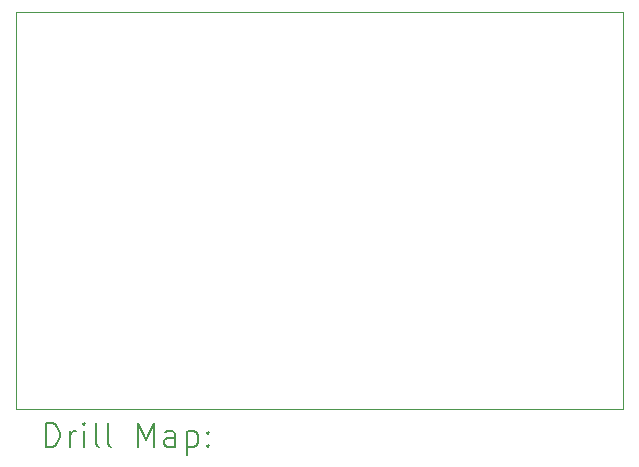
<source format=gbr>
%TF.GenerationSoftware,KiCad,Pcbnew,7.0.7*%
%TF.CreationDate,2023-10-10T15:44:54+02:00*%
%TF.ProjectId,EcranLCD_Schema_V1.2,45637261-6e4c-4434-945f-536368656d61,rev?*%
%TF.SameCoordinates,Original*%
%TF.FileFunction,Drillmap*%
%TF.FilePolarity,Positive*%
%FSLAX45Y45*%
G04 Gerber Fmt 4.5, Leading zero omitted, Abs format (unit mm)*
G04 Created by KiCad (PCBNEW 7.0.7) date 2023-10-10 15:44:54*
%MOMM*%
%LPD*%
G01*
G04 APERTURE LIST*
%ADD10C,0.100000*%
%ADD11C,0.200000*%
G04 APERTURE END LIST*
D10*
X11239500Y-5346700D02*
X16383000Y-5346700D01*
X16383000Y-8712200D01*
X11239500Y-8712200D01*
X11239500Y-5346700D01*
D11*
X11495277Y-9028684D02*
X11495277Y-8828684D01*
X11495277Y-8828684D02*
X11542896Y-8828684D01*
X11542896Y-8828684D02*
X11571467Y-8838208D01*
X11571467Y-8838208D02*
X11590515Y-8857255D01*
X11590515Y-8857255D02*
X11600039Y-8876303D01*
X11600039Y-8876303D02*
X11609562Y-8914398D01*
X11609562Y-8914398D02*
X11609562Y-8942970D01*
X11609562Y-8942970D02*
X11600039Y-8981065D01*
X11600039Y-8981065D02*
X11590515Y-9000112D01*
X11590515Y-9000112D02*
X11571467Y-9019160D01*
X11571467Y-9019160D02*
X11542896Y-9028684D01*
X11542896Y-9028684D02*
X11495277Y-9028684D01*
X11695277Y-9028684D02*
X11695277Y-8895350D01*
X11695277Y-8933446D02*
X11704801Y-8914398D01*
X11704801Y-8914398D02*
X11714324Y-8904874D01*
X11714324Y-8904874D02*
X11733372Y-8895350D01*
X11733372Y-8895350D02*
X11752420Y-8895350D01*
X11819086Y-9028684D02*
X11819086Y-8895350D01*
X11819086Y-8828684D02*
X11809562Y-8838208D01*
X11809562Y-8838208D02*
X11819086Y-8847731D01*
X11819086Y-8847731D02*
X11828610Y-8838208D01*
X11828610Y-8838208D02*
X11819086Y-8828684D01*
X11819086Y-8828684D02*
X11819086Y-8847731D01*
X11942896Y-9028684D02*
X11923848Y-9019160D01*
X11923848Y-9019160D02*
X11914324Y-9000112D01*
X11914324Y-9000112D02*
X11914324Y-8828684D01*
X12047658Y-9028684D02*
X12028610Y-9019160D01*
X12028610Y-9019160D02*
X12019086Y-9000112D01*
X12019086Y-9000112D02*
X12019086Y-8828684D01*
X12276229Y-9028684D02*
X12276229Y-8828684D01*
X12276229Y-8828684D02*
X12342896Y-8971541D01*
X12342896Y-8971541D02*
X12409562Y-8828684D01*
X12409562Y-8828684D02*
X12409562Y-9028684D01*
X12590515Y-9028684D02*
X12590515Y-8923922D01*
X12590515Y-8923922D02*
X12580991Y-8904874D01*
X12580991Y-8904874D02*
X12561943Y-8895350D01*
X12561943Y-8895350D02*
X12523848Y-8895350D01*
X12523848Y-8895350D02*
X12504801Y-8904874D01*
X12590515Y-9019160D02*
X12571467Y-9028684D01*
X12571467Y-9028684D02*
X12523848Y-9028684D01*
X12523848Y-9028684D02*
X12504801Y-9019160D01*
X12504801Y-9019160D02*
X12495277Y-9000112D01*
X12495277Y-9000112D02*
X12495277Y-8981065D01*
X12495277Y-8981065D02*
X12504801Y-8962017D01*
X12504801Y-8962017D02*
X12523848Y-8952493D01*
X12523848Y-8952493D02*
X12571467Y-8952493D01*
X12571467Y-8952493D02*
X12590515Y-8942970D01*
X12685753Y-8895350D02*
X12685753Y-9095350D01*
X12685753Y-8904874D02*
X12704801Y-8895350D01*
X12704801Y-8895350D02*
X12742896Y-8895350D01*
X12742896Y-8895350D02*
X12761943Y-8904874D01*
X12761943Y-8904874D02*
X12771467Y-8914398D01*
X12771467Y-8914398D02*
X12780991Y-8933446D01*
X12780991Y-8933446D02*
X12780991Y-8990589D01*
X12780991Y-8990589D02*
X12771467Y-9009636D01*
X12771467Y-9009636D02*
X12761943Y-9019160D01*
X12761943Y-9019160D02*
X12742896Y-9028684D01*
X12742896Y-9028684D02*
X12704801Y-9028684D01*
X12704801Y-9028684D02*
X12685753Y-9019160D01*
X12866705Y-9009636D02*
X12876229Y-9019160D01*
X12876229Y-9019160D02*
X12866705Y-9028684D01*
X12866705Y-9028684D02*
X12857182Y-9019160D01*
X12857182Y-9019160D02*
X12866705Y-9009636D01*
X12866705Y-9009636D02*
X12866705Y-9028684D01*
X12866705Y-8904874D02*
X12876229Y-8914398D01*
X12876229Y-8914398D02*
X12866705Y-8923922D01*
X12866705Y-8923922D02*
X12857182Y-8914398D01*
X12857182Y-8914398D02*
X12866705Y-8904874D01*
X12866705Y-8904874D02*
X12866705Y-8923922D01*
M02*

</source>
